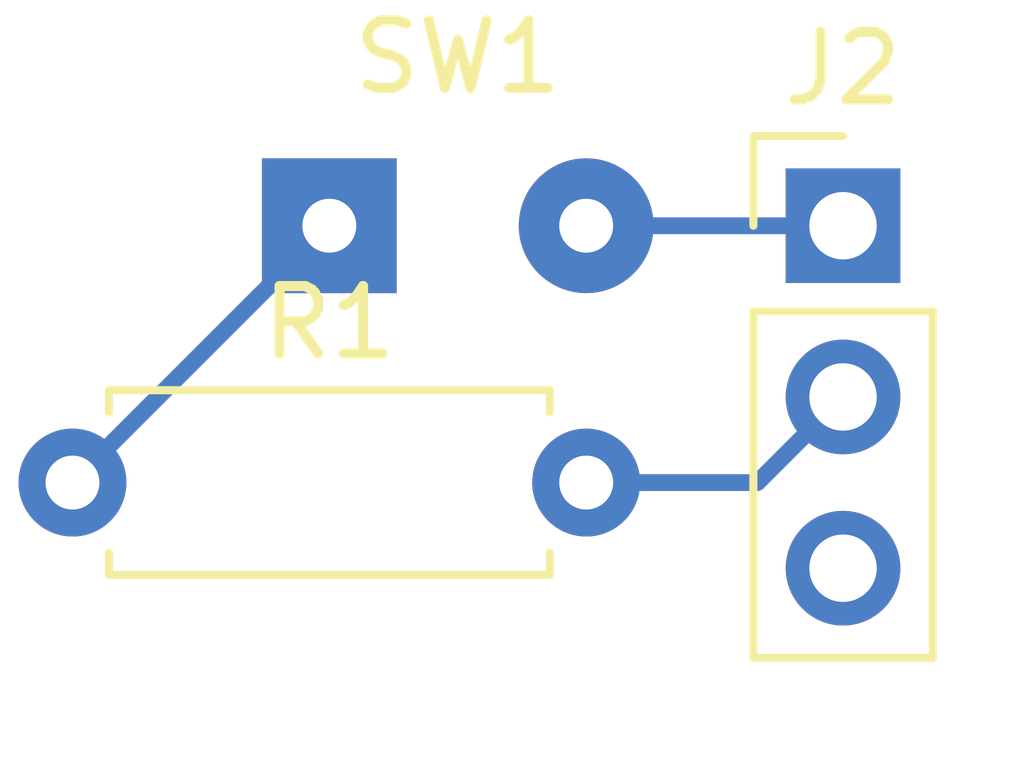
<source format=kicad_pcb>
(kicad_pcb (version 20171130) (host pcbnew "(5.1.4)-1")

  (general
    (thickness 1.6)
    (drawings 0)
    (tracks 4)
    (zones 0)
    (modules 3)
    (nets 5)
  )

  (page A4)
  (layers
    (0 F.Cu signal)
    (31 B.Cu signal)
    (32 B.Adhes user)
    (33 F.Adhes user)
    (34 B.Paste user)
    (35 F.Paste user)
    (36 B.SilkS user)
    (37 F.SilkS user)
    (38 B.Mask user)
    (39 F.Mask user)
    (40 Dwgs.User user)
    (41 Cmts.User user)
    (42 Eco1.User user)
    (43 Eco2.User user)
    (44 Edge.Cuts user)
    (45 Margin user)
    (46 B.CrtYd user)
    (47 F.CrtYd user)
    (48 B.Fab user)
    (49 F.Fab user)
  )

  (setup
    (last_trace_width 0.25)
    (user_trace_width 2)
    (trace_clearance 0.2)
    (zone_clearance 0.508)
    (zone_45_only no)
    (trace_min 0.2)
    (via_size 0.8)
    (via_drill 0.4)
    (via_min_size 0.4)
    (via_min_drill 0.3)
    (uvia_size 0.3)
    (uvia_drill 0.1)
    (uvias_allowed no)
    (uvia_min_size 0.2)
    (uvia_min_drill 0.1)
    (edge_width 0.1)
    (segment_width 0.2)
    (pcb_text_width 0.3)
    (pcb_text_size 1.5 1.5)
    (mod_edge_width 0.15)
    (mod_text_size 1 1)
    (mod_text_width 0.15)
    (pad_size 1.524 1.524)
    (pad_drill 0.762)
    (pad_to_mask_clearance 0)
    (aux_axis_origin 0 0)
    (visible_elements FFFFFF7F)
    (pcbplotparams
      (layerselection 0x010fc_ffffffff)
      (usegerberextensions false)
      (usegerberattributes false)
      (usegerberadvancedattributes false)
      (creategerberjobfile false)
      (excludeedgelayer true)
      (linewidth 0.100000)
      (plotframeref false)
      (viasonmask false)
      (mode 1)
      (useauxorigin false)
      (hpglpennumber 1)
      (hpglpenspeed 20)
      (hpglpendiameter 15.000000)
      (psnegative false)
      (psa4output false)
      (plotreference true)
      (plotvalue true)
      (plotinvisibletext false)
      (padsonsilk false)
      (subtractmaskfromsilk false)
      (outputformat 1)
      (mirror false)
      (drillshape 1)
      (scaleselection 1)
      (outputdirectory ""))
  )

  (net 0 "")
  (net 1 GND)
  (net 2 /TriggerSignal)
  (net 3 /Trigger+)
  (net 4 "Net-(R1-Pad1)")

  (net_class Default "This is the default net class."
    (clearance 0.2)
    (trace_width 0.25)
    (via_dia 0.8)
    (via_drill 0.4)
    (uvia_dia 0.3)
    (uvia_drill 0.1)
    (add_net /Trigger+)
    (add_net /TriggerSignal)
    (add_net GND)
    (add_net "Net-(R1-Pad1)")
  )

  (module Connector_Wire:SolderWirePad_1x02_P3.81mm_Drill0.8mm (layer F.Cu) (tedit 5AEE54BF) (tstamp 60B46A87)
    (at 105.41 88.9)
    (descr "Wire solder connection")
    (tags connector)
    (path /60A75AEC)
    (attr virtual)
    (fp_text reference SW1 (at 1.905 -2.5) (layer F.SilkS)
      (effects (font (size 1 1) (thickness 0.15)))
    )
    (fp_text value SW_Push (at 1.905 2.54) (layer F.Fab)
      (effects (font (size 1 1) (thickness 0.15)))
    )
    (fp_line (start 5.31 1.5) (end -1.49 1.5) (layer F.CrtYd) (width 0.05))
    (fp_line (start 5.31 1.5) (end 5.31 -1.5) (layer F.CrtYd) (width 0.05))
    (fp_line (start -1.49 -1.5) (end -1.49 1.5) (layer F.CrtYd) (width 0.05))
    (fp_line (start -1.49 -1.5) (end 5.31 -1.5) (layer F.CrtYd) (width 0.05))
    (fp_text user %R (at 1.905 0) (layer F.Fab)
      (effects (font (size 1 1) (thickness 0.15)))
    )
    (pad 2 thru_hole circle (at 3.81 0) (size 1.99898 1.99898) (drill 0.8001) (layers *.Cu *.Mask)
      (net 3 /Trigger+))
    (pad 1 thru_hole rect (at 0 0) (size 1.99898 1.99898) (drill 0.8001) (layers *.Cu *.Mask)
      (net 4 "Net-(R1-Pad1)"))
  )

  (module Resistor_THT:R_Axial_DIN0207_L6.3mm_D2.5mm_P7.62mm_Horizontal (layer F.Cu) (tedit 5AE5139B) (tstamp 60B46A7C)
    (at 101.6 92.71)
    (descr "Resistor, Axial_DIN0207 series, Axial, Horizontal, pin pitch=7.62mm, 0.25W = 1/4W, length*diameter=6.3*2.5mm^2, http://cdn-reichelt.de/documents/datenblatt/B400/1_4W%23YAG.pdf")
    (tags "Resistor Axial_DIN0207 series Axial Horizontal pin pitch 7.62mm 0.25W = 1/4W length 6.3mm diameter 2.5mm")
    (path /60A9903F)
    (fp_text reference R1 (at 3.81 -2.37) (layer F.SilkS)
      (effects (font (size 1 1) (thickness 0.15)))
    )
    (fp_text value 2.2K (at 3.81 2.37) (layer F.Fab)
      (effects (font (size 1 1) (thickness 0.15)))
    )
    (fp_text user %R (at 3.81 0) (layer F.Fab)
      (effects (font (size 1 1) (thickness 0.15)))
    )
    (fp_line (start 8.67 -1.5) (end -1.05 -1.5) (layer F.CrtYd) (width 0.05))
    (fp_line (start 8.67 1.5) (end 8.67 -1.5) (layer F.CrtYd) (width 0.05))
    (fp_line (start -1.05 1.5) (end 8.67 1.5) (layer F.CrtYd) (width 0.05))
    (fp_line (start -1.05 -1.5) (end -1.05 1.5) (layer F.CrtYd) (width 0.05))
    (fp_line (start 7.08 1.37) (end 7.08 1.04) (layer F.SilkS) (width 0.12))
    (fp_line (start 0.54 1.37) (end 7.08 1.37) (layer F.SilkS) (width 0.12))
    (fp_line (start 0.54 1.04) (end 0.54 1.37) (layer F.SilkS) (width 0.12))
    (fp_line (start 7.08 -1.37) (end 7.08 -1.04) (layer F.SilkS) (width 0.12))
    (fp_line (start 0.54 -1.37) (end 7.08 -1.37) (layer F.SilkS) (width 0.12))
    (fp_line (start 0.54 -1.04) (end 0.54 -1.37) (layer F.SilkS) (width 0.12))
    (fp_line (start 7.62 0) (end 6.96 0) (layer F.Fab) (width 0.1))
    (fp_line (start 0 0) (end 0.66 0) (layer F.Fab) (width 0.1))
    (fp_line (start 6.96 -1.25) (end 0.66 -1.25) (layer F.Fab) (width 0.1))
    (fp_line (start 6.96 1.25) (end 6.96 -1.25) (layer F.Fab) (width 0.1))
    (fp_line (start 0.66 1.25) (end 6.96 1.25) (layer F.Fab) (width 0.1))
    (fp_line (start 0.66 -1.25) (end 0.66 1.25) (layer F.Fab) (width 0.1))
    (pad 2 thru_hole oval (at 7.62 0) (size 1.6 1.6) (drill 0.8) (layers *.Cu *.Mask)
      (net 2 /TriggerSignal))
    (pad 1 thru_hole circle (at 0 0) (size 1.6 1.6) (drill 0.8) (layers *.Cu *.Mask)
      (net 4 "Net-(R1-Pad1)"))
    (model ${KISYS3DMOD}/Resistor_THT.3dshapes/R_Axial_DIN0207_L6.3mm_D2.5mm_P7.62mm_Horizontal.wrl
      (at (xyz 0 0 0))
      (scale (xyz 1 1 1))
      (rotate (xyz 0 0 0))
    )
  )

  (module Connector_PinHeader_2.54mm:PinHeader_1x03_P2.54mm_Vertical (layer F.Cu) (tedit 59FED5CC) (tstamp 60B46A65)
    (at 113.03 88.9)
    (descr "Through hole straight pin header, 1x03, 2.54mm pitch, single row")
    (tags "Through hole pin header THT 1x03 2.54mm single row")
    (path /60A79ED3)
    (fp_text reference J2 (at 0 -2.33) (layer F.SilkS)
      (effects (font (size 1 1) (thickness 0.15)))
    )
    (fp_text value Trigger (at 0 7.41) (layer F.Fab)
      (effects (font (size 1 1) (thickness 0.15)))
    )
    (fp_text user %R (at 0 2.54 90) (layer F.Fab)
      (effects (font (size 1 1) (thickness 0.15)))
    )
    (fp_line (start 1.8 -1.8) (end -1.8 -1.8) (layer F.CrtYd) (width 0.05))
    (fp_line (start 1.8 6.85) (end 1.8 -1.8) (layer F.CrtYd) (width 0.05))
    (fp_line (start -1.8 6.85) (end 1.8 6.85) (layer F.CrtYd) (width 0.05))
    (fp_line (start -1.8 -1.8) (end -1.8 6.85) (layer F.CrtYd) (width 0.05))
    (fp_line (start -1.33 -1.33) (end 0 -1.33) (layer F.SilkS) (width 0.12))
    (fp_line (start -1.33 0) (end -1.33 -1.33) (layer F.SilkS) (width 0.12))
    (fp_line (start -1.33 1.27) (end 1.33 1.27) (layer F.SilkS) (width 0.12))
    (fp_line (start 1.33 1.27) (end 1.33 6.41) (layer F.SilkS) (width 0.12))
    (fp_line (start -1.33 1.27) (end -1.33 6.41) (layer F.SilkS) (width 0.12))
    (fp_line (start -1.33 6.41) (end 1.33 6.41) (layer F.SilkS) (width 0.12))
    (fp_line (start -1.27 -0.635) (end -0.635 -1.27) (layer F.Fab) (width 0.1))
    (fp_line (start -1.27 6.35) (end -1.27 -0.635) (layer F.Fab) (width 0.1))
    (fp_line (start 1.27 6.35) (end -1.27 6.35) (layer F.Fab) (width 0.1))
    (fp_line (start 1.27 -1.27) (end 1.27 6.35) (layer F.Fab) (width 0.1))
    (fp_line (start -0.635 -1.27) (end 1.27 -1.27) (layer F.Fab) (width 0.1))
    (pad 3 thru_hole oval (at 0 5.08) (size 1.7 1.7) (drill 1) (layers *.Cu *.Mask)
      (net 1 GND))
    (pad 2 thru_hole oval (at 0 2.54) (size 1.7 1.7) (drill 1) (layers *.Cu *.Mask)
      (net 2 /TriggerSignal))
    (pad 1 thru_hole rect (at 0 0) (size 1.7 1.7) (drill 1) (layers *.Cu *.Mask)
      (net 3 /Trigger+))
    (model ${KISYS3DMOD}/Connector_PinHeader_2.54mm.3dshapes/PinHeader_1x03_P2.54mm_Vertical.wrl
      (at (xyz 0 0 0))
      (scale (xyz 1 1 1))
      (rotate (xyz 0 0 0))
    )
  )

  (segment (start 111.76 92.71) (end 113.03 91.44) (width 0.25) (layer B.Cu) (net 2))
  (segment (start 109.22 92.71) (end 111.76 92.71) (width 0.25) (layer B.Cu) (net 2))
  (segment (start 113.03 88.9) (end 109.22 88.9) (width 0.25) (layer B.Cu) (net 3))
  (segment (start 105.41 88.9) (end 101.6 92.71) (width 0.25) (layer B.Cu) (net 4))

)

</source>
